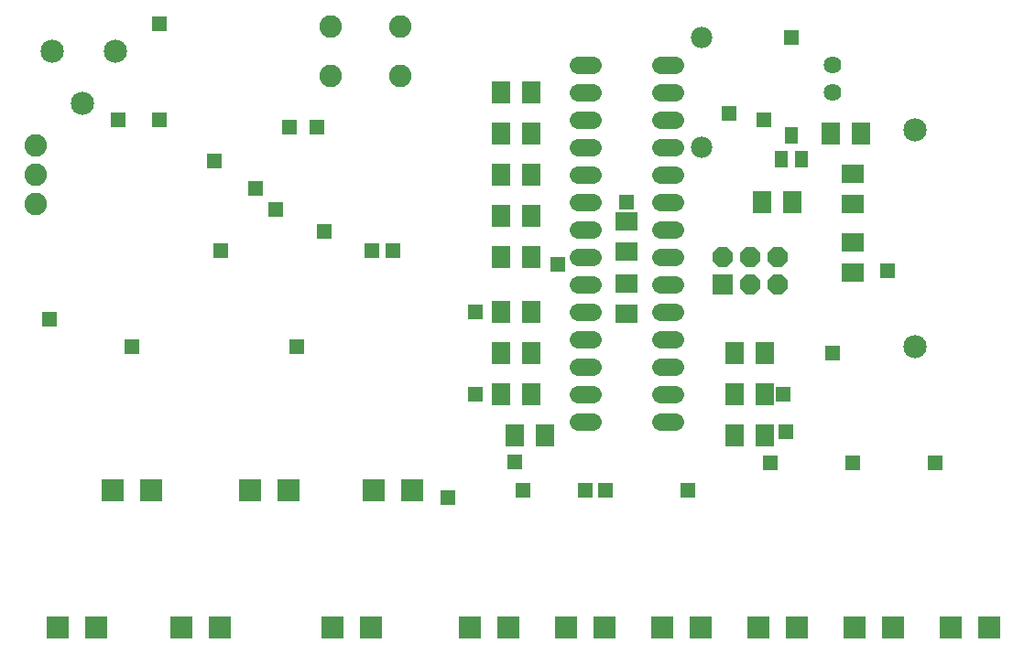
<source format=gbs>
G75*
G70*
%OFA0B0*%
%FSLAX24Y24*%
%IPPOS*%
%LPD*%
%AMOC8*
5,1,8,0,0,1.08239X$1,22.5*
%
%ADD10C,0.0640*%
%ADD11R,0.0720X0.0720*%
%ADD12OC8,0.0720*%
%ADD13C,0.0640*%
%ADD14R,0.0710X0.0789*%
%ADD15R,0.0474X0.0631*%
%ADD16C,0.0848*%
%ADD17R,0.0789X0.0710*%
%ADD18R,0.0792X0.0792*%
%ADD19C,0.0820*%
%ADD20C,0.0780*%
%ADD21R,0.0556X0.0556*%
D10*
X028551Y014913D02*
X029111Y014913D01*
X029111Y015913D02*
X028551Y015913D01*
X028551Y016913D02*
X029111Y016913D01*
X029111Y017913D02*
X028551Y017913D01*
X028551Y018913D02*
X029111Y018913D01*
X029111Y019913D02*
X028551Y019913D01*
X028551Y020913D02*
X029111Y020913D01*
X029111Y021913D02*
X028551Y021913D01*
X028551Y022913D02*
X029111Y022913D01*
X029111Y023913D02*
X028551Y023913D01*
X028551Y024913D02*
X029111Y024913D01*
X029111Y025913D02*
X028551Y025913D01*
X028551Y026913D02*
X029111Y026913D01*
X029111Y027913D02*
X028551Y027913D01*
X031551Y027913D02*
X032111Y027913D01*
X032111Y026913D02*
X031551Y026913D01*
X031551Y025913D02*
X032111Y025913D01*
X032111Y024913D02*
X031551Y024913D01*
X031551Y023913D02*
X032111Y023913D01*
X032111Y022913D02*
X031551Y022913D01*
X031551Y021913D02*
X032111Y021913D01*
X032111Y020913D02*
X031551Y020913D01*
X031551Y019913D02*
X032111Y019913D01*
X032111Y018913D02*
X031551Y018913D01*
X031551Y017913D02*
X032111Y017913D01*
X032111Y016913D02*
X031551Y016913D01*
X031551Y015913D02*
X032111Y015913D01*
X032111Y014913D02*
X031551Y014913D01*
D11*
X033831Y019913D03*
D12*
X034831Y019913D03*
X035831Y019913D03*
X035831Y020913D03*
X034831Y020913D03*
X033831Y020913D03*
D13*
X037831Y026913D03*
X037831Y027913D03*
D14*
X037780Y025413D03*
X038882Y025413D03*
X036382Y022913D03*
X035280Y022913D03*
X035382Y017413D03*
X034280Y017413D03*
X034280Y015913D03*
X035382Y015913D03*
X035382Y014413D03*
X034280Y014413D03*
X027382Y014413D03*
X026280Y014413D03*
X025780Y015913D03*
X026882Y015913D03*
X026882Y017413D03*
X025780Y017413D03*
X025780Y018913D03*
X026882Y018913D03*
X026882Y020913D03*
X025780Y020913D03*
X025780Y022413D03*
X026882Y022413D03*
X026882Y023913D03*
X025780Y023913D03*
X025780Y025413D03*
X026882Y025413D03*
X026882Y026913D03*
X025780Y026913D03*
D15*
X035957Y024480D03*
X036705Y024480D03*
X036331Y025346D03*
D16*
X040831Y025537D03*
X040831Y017663D03*
X011725Y028413D03*
X009441Y028413D03*
X010544Y026523D03*
D17*
X030331Y022214D03*
X030331Y021112D03*
X030331Y019964D03*
X030331Y018862D03*
X038581Y020362D03*
X038581Y021464D03*
X038581Y022862D03*
X038581Y023964D03*
D18*
X009634Y007413D03*
X011036Y007413D03*
X014134Y007413D03*
X015536Y007413D03*
X019634Y007413D03*
X021036Y007413D03*
X024634Y007413D03*
X026036Y007413D03*
X028134Y007413D03*
X029536Y007413D03*
X031634Y007413D03*
X033036Y007413D03*
X035134Y007413D03*
X036536Y007413D03*
X038634Y007413D03*
X040036Y007413D03*
X042134Y007413D03*
X043536Y007413D03*
X022536Y012413D03*
X021134Y012413D03*
X018036Y012413D03*
X016634Y012413D03*
X013036Y012413D03*
X011634Y012413D03*
D19*
X008831Y022843D03*
X008831Y023913D03*
X008831Y024983D03*
X019551Y027523D03*
X019551Y029303D03*
X022111Y029303D03*
X022111Y027523D03*
D20*
X033081Y028913D03*
X033081Y024913D03*
D21*
X034081Y026163D03*
X035331Y025913D03*
X036331Y028913D03*
X030331Y022913D03*
X027831Y020663D03*
X024831Y018913D03*
X021831Y021163D03*
X021081Y021163D03*
X019331Y021862D03*
X017581Y022663D03*
X016831Y023413D03*
X015331Y024413D03*
X013331Y025913D03*
X011831Y025913D03*
X013331Y029413D03*
X018081Y025663D03*
X019081Y025663D03*
X015581Y021163D03*
X018331Y017663D03*
X012331Y017663D03*
X009331Y018663D03*
X023831Y012163D03*
X026280Y013464D03*
X026581Y012413D03*
X028831Y012413D03*
X029581Y012413D03*
X032581Y012413D03*
X035581Y013413D03*
X036132Y014555D03*
X036024Y015913D03*
X037831Y017413D03*
X039831Y020413D03*
X038581Y013413D03*
X041581Y013413D03*
X024831Y015913D03*
M02*

</source>
